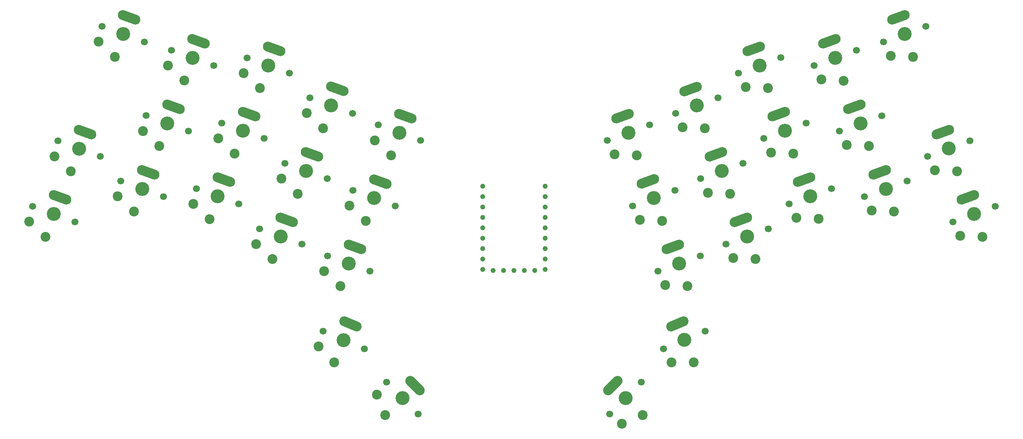
<source format=gts>
%TF.GenerationSoftware,KiCad,Pcbnew,(6.0.11)*%
%TF.CreationDate,2023-07-21T21:31:14+09:00*%
%TF.ProjectId,gku34-bottom-plate,676b7533-342d-4626-9f74-746f6d2d706c,rev?*%
%TF.SameCoordinates,Original*%
%TF.FileFunction,Soldermask,Top*%
%TF.FilePolarity,Negative*%
%FSLAX46Y46*%
G04 Gerber Fmt 4.6, Leading zero omitted, Abs format (unit mm)*
G04 Created by KiCad (PCBNEW (6.0.11)) date 2023-07-21 21:31:14*
%MOMM*%
%LPD*%
G01*
G04 APERTURE LIST*
G04 Aperture macros list*
%AMHorizOval*
0 Thick line with rounded ends*
0 $1 width*
0 $2 $3 position (X,Y) of the first rounded end (center of the circle)*
0 $4 $5 position (X,Y) of the second rounded end (center of the circle)*
0 Add line between two ends*
20,1,$1,$2,$3,$4,$5,0*
0 Add two circle primitives to create the rounded ends*
1,1,$1,$2,$3*
1,1,$1,$4,$5*%
G04 Aperture macros list end*
%ADD10C,2.400000*%
%ADD11C,1.700000*%
%ADD12HorizOval,2.400000X-1.550493X-0.564333X1.550493X0.564333X0*%
%ADD13C,3.400000*%
%ADD14HorizOval,2.400000X-1.550493X0.564333X1.550493X-0.564333X0*%
%ADD15C,1.219200*%
%ADD16C,1.223426*%
%ADD17HorizOval,2.400000X-1.166726X-1.166726X1.166726X1.166726X0*%
%ADD18HorizOval,2.400000X-1.166726X1.166726X1.166726X-1.166726X0*%
%ADD19HorizOval,2.400000X-1.518833X0.644706X1.518833X-0.644706X0*%
%ADD20HorizOval,2.400000X-1.518833X-0.644706X1.518833X0.644706X0*%
G04 APERTURE END LIST*
D10*
%TO.C,SW8*%
X201494762Y-42271779D03*
D11*
X204645152Y-34846482D03*
D12*
X198000000Y-32670000D03*
D11*
X194308534Y-38608704D03*
D13*
X199476843Y-36727593D03*
D10*
X196078056Y-42008526D03*
%TD*%
D11*
%TO.C,SW23*%
X72428309Y-70571111D03*
D14*
X68736843Y-64632407D03*
D10*
X61261860Y-70550731D03*
D13*
X67260000Y-68690000D03*
D10*
X65242081Y-74234186D03*
D11*
X62091691Y-66808889D03*
%TD*%
D15*
%TO.C,RZ1*%
X147125000Y-84025000D03*
X147125000Y-81485000D03*
X131885000Y-66245000D03*
X144585000Y-86768200D03*
X134425000Y-86768200D03*
X147125000Y-76405000D03*
X147125000Y-86565000D03*
X131885000Y-68785000D03*
X139505000Y-86768200D03*
X147125000Y-68785000D03*
X131885000Y-84025000D03*
X131885000Y-71325000D03*
X131885000Y-76405000D03*
X147125000Y-73865000D03*
D16*
X131885000Y-86565000D03*
D15*
X147125000Y-78945000D03*
X136965000Y-86768200D03*
X131885000Y-73865000D03*
X131885000Y-78945000D03*
X147125000Y-71325000D03*
D16*
X131885000Y-81485000D03*
D15*
X142045000Y-86768200D03*
X147125000Y-66245000D03*
%TD*%
D10*
%TO.C,SW13*%
X67421860Y-54550731D03*
D11*
X68251691Y-50808889D03*
X78588309Y-54571111D03*
D10*
X71402081Y-58234186D03*
D13*
X73420000Y-52690000D03*
D14*
X74896843Y-48632407D03*
%TD*%
D13*
%TO.C,SW5*%
X111560000Y-53150000D03*
D10*
X109542081Y-58694186D03*
X105561860Y-55010731D03*
D11*
X116728309Y-55031111D03*
D14*
X113036843Y-49092407D03*
D11*
X106391691Y-51268889D03*
%TD*%
%TO.C,SW9*%
X223108309Y-33018889D03*
D10*
X219957919Y-40444186D03*
D12*
X216463157Y-30842407D03*
D13*
X217940000Y-34900000D03*
D10*
X214541213Y-40180933D03*
D11*
X212771691Y-36781111D03*
%TD*%
%TO.C,SW22*%
X43641691Y-64978889D03*
D10*
X46792081Y-72404186D03*
D14*
X50286843Y-62802407D03*
D10*
X42811860Y-68720731D03*
D13*
X48810000Y-66860000D03*
D11*
X53978309Y-68741111D03*
%TD*%
%TO.C,SW15*%
X110588309Y-71021111D03*
X100251691Y-67258889D03*
D10*
X99421860Y-71000731D03*
X103402081Y-74684186D03*
D14*
X106896843Y-65082407D03*
D13*
X105420000Y-69140000D03*
%TD*%
D11*
%TO.C,SWe*%
X229681691Y-30961111D03*
D12*
X233373157Y-25022407D03*
D11*
X240018309Y-27198889D03*
D10*
X236867919Y-34624186D03*
D13*
X234850000Y-29080000D03*
D10*
X231451213Y-34360933D03*
%TD*%
D14*
%TO.C,SW2*%
X62590000Y-30840000D03*
D11*
X55944848Y-33016482D03*
X66281466Y-36778704D03*
D13*
X61113157Y-34897593D03*
D10*
X55115017Y-36758324D03*
X59095238Y-40441779D03*
%TD*%
D13*
%TO.C,SW33*%
X166750000Y-117970000D03*
D11*
X170639087Y-114080913D03*
X162860913Y-121859087D03*
D10*
X170921930Y-122141930D03*
X165901472Y-124192540D03*
D17*
X163696713Y-114916713D03*
%TD*%
D11*
%TO.C,SW27*%
X201578309Y-76598889D03*
D10*
X198427919Y-84024186D03*
D11*
X191241691Y-80361111D03*
D12*
X194933157Y-74422407D03*
D13*
X196410000Y-78480000D03*
D10*
X193011213Y-83760933D03*
%TD*%
D12*
%TO.C,SW30*%
X250310000Y-68970000D03*
D10*
X248388056Y-78308526D03*
X253804762Y-78571779D03*
D11*
X256955152Y-71146482D03*
D13*
X251786843Y-73027593D03*
D11*
X246618534Y-74908704D03*
%TD*%
D12*
%TO.C,SW29*%
X228773157Y-62802407D03*
D13*
X230250000Y-66860000D03*
D10*
X226851213Y-72140933D03*
D11*
X235418309Y-64978889D03*
X225081691Y-68741111D03*
D10*
X232267919Y-72404186D03*
%TD*%
D13*
%TO.C,SW24*%
X82630000Y-78500000D03*
D10*
X76631860Y-80360731D03*
D11*
X87798309Y-80381111D03*
X77461691Y-76618889D03*
D14*
X84106843Y-74442407D03*
D10*
X80612081Y-84044186D03*
%TD*%
%TO.C,SW18*%
X202242904Y-57982044D03*
D13*
X205641691Y-52701111D03*
D10*
X207659610Y-58245297D03*
D11*
X200473382Y-54582222D03*
X210810000Y-50820000D03*
D12*
X204164848Y-48643518D03*
%TD*%
D10*
%TO.C,SW12*%
X52962081Y-56414186D03*
D11*
X60148309Y-52751111D03*
D14*
X56456843Y-46812407D03*
D10*
X48981860Y-52730731D03*
D11*
X49811691Y-48988889D03*
D13*
X54980000Y-50870000D03*
%TD*%
%TO.C,SW7*%
X184116843Y-46537593D03*
D11*
X189285152Y-44656482D03*
D10*
X180718056Y-51818526D03*
X186134762Y-52081779D03*
D12*
X182640000Y-42480000D03*
D11*
X178948534Y-48418704D03*
%TD*%
D10*
%TO.C,SW21*%
X25262081Y-78574186D03*
X21281860Y-74890731D03*
D13*
X27280000Y-73030000D03*
D11*
X32448309Y-74911111D03*
X22111691Y-71148889D03*
D14*
X28756843Y-68972407D03*
%TD*%
D11*
%TO.C,SW28*%
X216978309Y-66788889D03*
D10*
X208411213Y-73950933D03*
D11*
X206641691Y-70551111D03*
D12*
X210333157Y-64612407D03*
D10*
X213827919Y-74214186D03*
D13*
X211810000Y-68670000D03*
%TD*%
D10*
%TO.C,SW25*%
X93245017Y-86958324D03*
D11*
X94074848Y-83216482D03*
D10*
X97225238Y-90641779D03*
D14*
X100720000Y-81040000D03*
D11*
X104411466Y-86978704D03*
D13*
X99243157Y-85097593D03*
%TD*%
%TO.C,SW16*%
X173656843Y-69127593D03*
D12*
X172180000Y-65070000D03*
D10*
X170258056Y-74408526D03*
D11*
X168488534Y-71008704D03*
X178825152Y-67246482D03*
D10*
X175674762Y-74671779D03*
%TD*%
D18*
%TO.C,SW32*%
X115363287Y-114916713D03*
D10*
X106087460Y-117121472D03*
D11*
X116199087Y-121859087D03*
D13*
X112310000Y-117970000D03*
D11*
X108420913Y-114080913D03*
D10*
X108138070Y-122141930D03*
%TD*%
%TO.C,SW31*%
X95679426Y-109208156D03*
X91897437Y-105321440D03*
D11*
X103047517Y-105926198D03*
D13*
X97984740Y-103777177D03*
D19*
X99671917Y-99802437D03*
D11*
X92921963Y-101628156D03*
%TD*%
%TO.C,SW6*%
X162328534Y-55038704D03*
D13*
X167496843Y-53157593D03*
D10*
X164098056Y-58438526D03*
D12*
X166020000Y-49100000D03*
D11*
X172665152Y-51276482D03*
D10*
X169514762Y-58701779D03*
%TD*%
D13*
%TO.C,SW14*%
X88790000Y-62520000D03*
D11*
X83621691Y-60638889D03*
D14*
X90266843Y-58462407D03*
D11*
X93958309Y-64401111D03*
D10*
X82791860Y-64380731D03*
X86772081Y-68064186D03*
%TD*%
D11*
%TO.C,SW19*%
X229265152Y-49006482D03*
D10*
X220698056Y-56168526D03*
D13*
X224096843Y-50887593D03*
D10*
X226114762Y-56431779D03*
D11*
X218928534Y-52768704D03*
D12*
X222620000Y-46830000D03*
%TD*%
D11*
%TO.C,SW34*%
X176017223Y-105919021D03*
D13*
X181080000Y-103770000D03*
D11*
X186142777Y-101620979D03*
D20*
X179392823Y-99795260D03*
D10*
X177962254Y-109221574D03*
X183385314Y-109200979D03*
%TD*%
D11*
%TO.C,SW1*%
X49358309Y-30961111D03*
D10*
X42172081Y-34624186D03*
D14*
X45666843Y-25022407D03*
D10*
X38191860Y-30940731D03*
D11*
X39021691Y-27198889D03*
D13*
X44190000Y-29080000D03*
%TD*%
D12*
%TO.C,SW17*%
X188793157Y-58452407D03*
D13*
X190270000Y-62510000D03*
D10*
X186871213Y-67790933D03*
D11*
X195438309Y-60628889D03*
D10*
X192287919Y-68054186D03*
D11*
X185101691Y-64391111D03*
%TD*%
D14*
%TO.C,SW3*%
X81066843Y-32682407D03*
D13*
X79590000Y-36740000D03*
D11*
X74421691Y-34858889D03*
X84758309Y-38621111D03*
D10*
X77572081Y-42284186D03*
X73591860Y-38600731D03*
%TD*%
D11*
%TO.C,SW26*%
X184985152Y-83216482D03*
D13*
X179816843Y-85097593D03*
D10*
X181834762Y-90641779D03*
X176418056Y-90378526D03*
D11*
X174648534Y-86978704D03*
D12*
X178340000Y-81040000D03*
%TD*%
%TO.C,SW20*%
X244140000Y-52980000D03*
D10*
X242218056Y-62318526D03*
D13*
X245616843Y-57037593D03*
D11*
X240448534Y-58918704D03*
X250785152Y-55156482D03*
D10*
X247634762Y-62581779D03*
%TD*%
%TO.C,SW4*%
X88951860Y-48390731D03*
X92932081Y-52074186D03*
D13*
X94950000Y-46530000D03*
D14*
X96426843Y-42472407D03*
D11*
X89781691Y-44648889D03*
X100118309Y-48411111D03*
%TD*%
%TO.C,SW11*%
X28264848Y-55166482D03*
X38601466Y-58928704D03*
D10*
X31415238Y-62591779D03*
D13*
X33433157Y-57047593D03*
D10*
X27435017Y-58908324D03*
D14*
X34910000Y-52990000D03*
%TD*%
M02*

</source>
